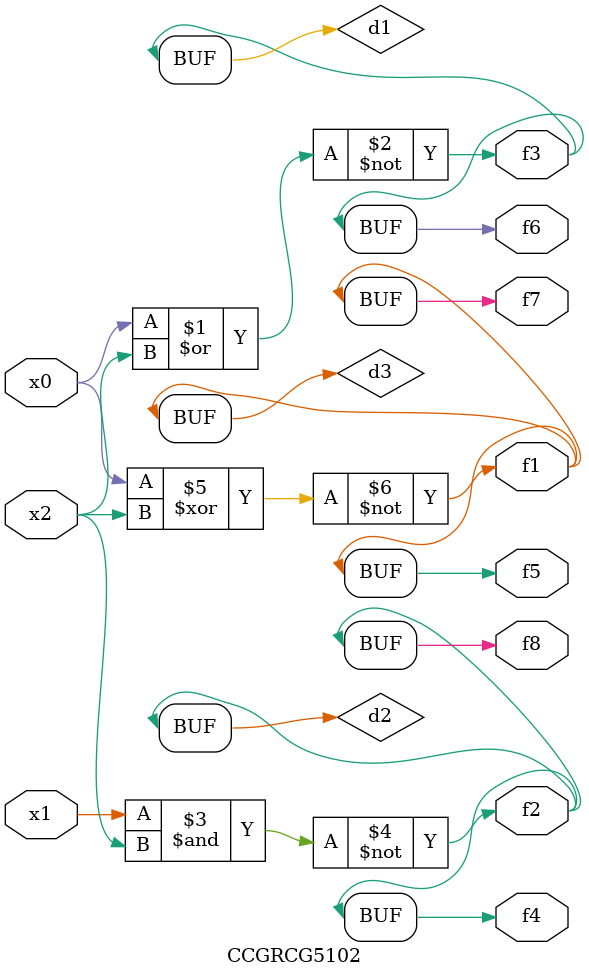
<source format=v>
module CCGRCG5102(
	input x0, x1, x2,
	output f1, f2, f3, f4, f5, f6, f7, f8
);

	wire d1, d2, d3;

	nor (d1, x0, x2);
	nand (d2, x1, x2);
	xnor (d3, x0, x2);
	assign f1 = d3;
	assign f2 = d2;
	assign f3 = d1;
	assign f4 = d2;
	assign f5 = d3;
	assign f6 = d1;
	assign f7 = d3;
	assign f8 = d2;
endmodule

</source>
